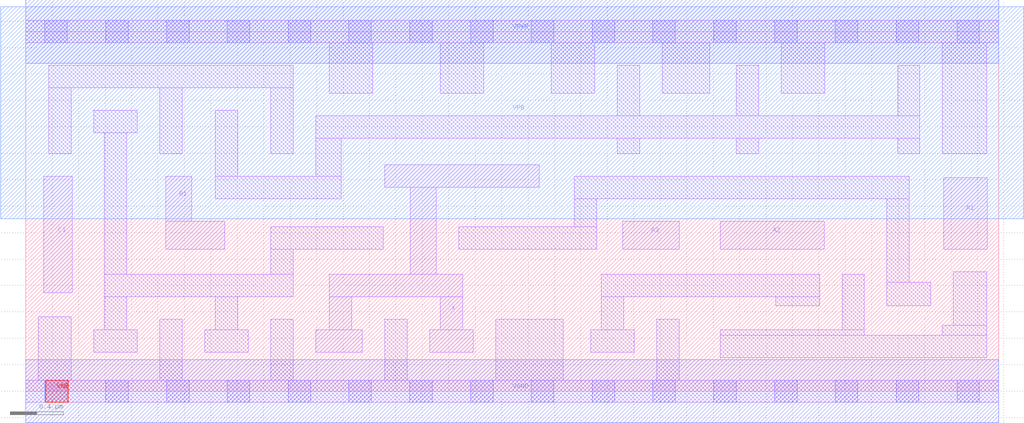
<source format=lef>
# Copyright 2020 The SkyWater PDK Authors
#
# Licensed under the Apache License, Version 2.0 (the "License");
# you may not use this file except in compliance with the License.
# You may obtain a copy of the License at
#
#     https://www.apache.org/licenses/LICENSE-2.0
#
# Unless required by applicable law or agreed to in writing, software
# distributed under the License is distributed on an "AS IS" BASIS,
# WITHOUT WARRANTIES OR CONDITIONS OF ANY KIND, either express or implied.
# See the License for the specific language governing permissions and
# limitations under the License.
#
# SPDX-License-Identifier: Apache-2.0

VERSION 5.7 ;
  NOWIREEXTENSIONATPIN ON ;
  DIVIDERCHAR "/" ;
  BUSBITCHARS "[]" ;
MACRO sky130_fd_sc_hd__a311o_4
  CLASS CORE ;
  FOREIGN sky130_fd_sc_hd__a311o_4 ;
  ORIGIN  0.000000  0.000000 ;
  SIZE  7.360000 BY  2.720000 ;
  SYMMETRY X Y R90 ;
  SITE unithd ;
  PIN A1
    ANTENNAGATEAREA  0.495000 ;
    DIRECTION INPUT ;
    USE SIGNAL ;
    PORT
      LAYER li1 ;
        RECT 6.945000 1.075000 7.275000 1.615000 ;
    END
  END A1
  PIN A2
    ANTENNAGATEAREA  0.495000 ;
    DIRECTION INPUT ;
    USE SIGNAL ;
    PORT
      LAYER li1 ;
        RECT 5.255000 1.075000 6.040000 1.285000 ;
    END
  END A2
  PIN A3
    ANTENNAGATEAREA  0.495000 ;
    DIRECTION INPUT ;
    USE SIGNAL ;
    PORT
      LAYER li1 ;
        RECT 4.515000 1.075000 4.945000 1.285000 ;
    END
  END A3
  PIN B1
    ANTENNAGATEAREA  0.495000 ;
    DIRECTION INPUT ;
    USE SIGNAL ;
    PORT
      LAYER li1 ;
        RECT 1.060000 1.075000 1.505000 1.285000 ;
        RECT 1.060000 1.285000 1.255000 1.625000 ;
    END
  END B1
  PIN C1
    ANTENNAGATEAREA  0.495000 ;
    DIRECTION INPUT ;
    USE SIGNAL ;
    PORT
      LAYER li1 ;
        RECT 0.135000 0.745000 0.350000 1.625000 ;
    END
  END C1
  PIN VNB
    PORT
      LAYER pwell ;
        RECT 0.150000 -0.085000 0.320000 0.085000 ;
    END
  END VNB
  PIN VPB
    PORT
      LAYER nwell ;
        RECT -0.190000 1.305000 7.550000 2.910000 ;
    END
  END VPB
  PIN X
    ANTENNADIFFAREA  0.904000 ;
    DIRECTION OUTPUT ;
    USE SIGNAL ;
    PORT
      LAYER li1 ;
        RECT 2.195000 0.295000 2.545000 0.465000 ;
        RECT 2.295000 0.465000 2.465000 0.715000 ;
        RECT 2.295000 0.715000 3.305000 0.885000 ;
        RECT 2.715000 1.545000 3.885000 1.715000 ;
        RECT 2.910000 0.885000 3.105000 1.545000 ;
        RECT 3.055000 0.295000 3.385000 0.465000 ;
        RECT 3.135000 0.465000 3.305000 0.715000 ;
    END
  END X
  PIN VGND
    DIRECTION INOUT ;
    SHAPE ABUTMENT ;
    USE GROUND ;
    PORT
      LAYER met1 ;
        RECT 0.000000 -0.240000 7.360000 0.240000 ;
    END
  END VGND
  PIN VPWR
    DIRECTION INOUT ;
    SHAPE ABUTMENT ;
    USE POWER ;
    PORT
      LAYER met1 ;
        RECT 0.000000 2.480000 7.360000 2.960000 ;
    END
  END VPWR
  OBS
    LAYER li1 ;
      RECT 0.000000 -0.085000 7.360000 0.085000 ;
      RECT 0.000000  2.635000 7.360000 2.805000 ;
      RECT 0.095000  0.085000 0.345000 0.565000 ;
      RECT 0.175000  1.795000 0.345000 2.295000 ;
      RECT 0.175000  2.295000 2.025000 2.465000 ;
      RECT 0.515000  0.295000 0.845000 0.465000 ;
      RECT 0.515000  1.955000 0.845000 2.125000 ;
      RECT 0.595000  0.465000 0.765000 0.715000 ;
      RECT 0.595000  0.715000 2.025000 0.885000 ;
      RECT 0.595000  0.885000 0.765000 1.955000 ;
      RECT 1.015000  0.085000 1.185000 0.545000 ;
      RECT 1.015000  1.795000 1.185000 2.295000 ;
      RECT 1.355000  0.295000 1.685000 0.465000 ;
      RECT 1.435000  0.465000 1.605000 0.715000 ;
      RECT 1.435000  1.455000 2.385000 1.625000 ;
      RECT 1.435000  1.625000 1.605000 2.125000 ;
      RECT 1.855000  0.085000 2.025000 0.545000 ;
      RECT 1.855000  0.885000 2.025000 1.075000 ;
      RECT 1.855000  1.075000 2.705000 1.245000 ;
      RECT 1.855000  1.795000 2.025000 2.295000 ;
      RECT 2.195000  1.625000 2.385000 1.915000 ;
      RECT 2.195000  1.915000 6.765000 2.085000 ;
      RECT 2.295000  2.255000 2.625000 2.635000 ;
      RECT 2.715000  0.085000 2.885000 0.545000 ;
      RECT 3.135000  2.255000 3.465000 2.635000 ;
      RECT 3.275000  1.075000 4.320000 1.245000 ;
      RECT 3.555000  0.085000 4.065000 0.545000 ;
      RECT 3.975000  2.255000 4.305000 2.635000 ;
      RECT 4.150000  1.245000 4.320000 1.455000 ;
      RECT 4.150000  1.455000 6.685000 1.625000 ;
      RECT 4.275000  0.295000 4.605000 0.465000 ;
      RECT 4.355000  0.465000 4.525000 0.715000 ;
      RECT 4.355000  0.715000 6.005000 0.885000 ;
      RECT 4.475000  1.795000 4.645000 1.915000 ;
      RECT 4.475000  2.085000 4.645000 2.465000 ;
      RECT 4.775000  0.085000 4.945000 0.545000 ;
      RECT 4.815000  2.255000 5.175000 2.635000 ;
      RECT 5.255000  0.255000 7.270000 0.425000 ;
      RECT 5.255000  0.425000 6.345000 0.465000 ;
      RECT 5.375000  1.795000 5.545000 1.915000 ;
      RECT 5.375000  2.085000 5.545000 2.465000 ;
      RECT 5.675000  0.645000 6.005000 0.715000 ;
      RECT 5.715000  2.255000 6.045000 2.635000 ;
      RECT 6.175000  0.465000 6.345000 0.885000 ;
      RECT 6.515000  0.645000 6.845000 0.825000 ;
      RECT 6.515000  0.825000 6.685000 1.455000 ;
      RECT 6.595000  1.795000 6.765000 1.915000 ;
      RECT 6.595000  2.085000 6.765000 2.465000 ;
      RECT 6.935000  0.425000 7.270000 0.500000 ;
      RECT 6.935000  1.795000 7.270000 2.635000 ;
      RECT 7.015000  0.500000 7.270000 0.905000 ;
    LAYER mcon ;
      RECT 0.145000 -0.085000 0.315000 0.085000 ;
      RECT 0.145000  2.635000 0.315000 2.805000 ;
      RECT 0.605000 -0.085000 0.775000 0.085000 ;
      RECT 0.605000  2.635000 0.775000 2.805000 ;
      RECT 1.065000 -0.085000 1.235000 0.085000 ;
      RECT 1.065000  2.635000 1.235000 2.805000 ;
      RECT 1.525000 -0.085000 1.695000 0.085000 ;
      RECT 1.525000  2.635000 1.695000 2.805000 ;
      RECT 1.985000 -0.085000 2.155000 0.085000 ;
      RECT 1.985000  2.635000 2.155000 2.805000 ;
      RECT 2.445000 -0.085000 2.615000 0.085000 ;
      RECT 2.445000  2.635000 2.615000 2.805000 ;
      RECT 2.905000 -0.085000 3.075000 0.085000 ;
      RECT 2.905000  2.635000 3.075000 2.805000 ;
      RECT 3.365000 -0.085000 3.535000 0.085000 ;
      RECT 3.365000  2.635000 3.535000 2.805000 ;
      RECT 3.825000 -0.085000 3.995000 0.085000 ;
      RECT 3.825000  2.635000 3.995000 2.805000 ;
      RECT 4.285000 -0.085000 4.455000 0.085000 ;
      RECT 4.285000  2.635000 4.455000 2.805000 ;
      RECT 4.745000 -0.085000 4.915000 0.085000 ;
      RECT 4.745000  2.635000 4.915000 2.805000 ;
      RECT 5.205000 -0.085000 5.375000 0.085000 ;
      RECT 5.205000  2.635000 5.375000 2.805000 ;
      RECT 5.665000 -0.085000 5.835000 0.085000 ;
      RECT 5.665000  2.635000 5.835000 2.805000 ;
      RECT 6.125000 -0.085000 6.295000 0.085000 ;
      RECT 6.125000  2.635000 6.295000 2.805000 ;
      RECT 6.585000 -0.085000 6.755000 0.085000 ;
      RECT 6.585000  2.635000 6.755000 2.805000 ;
      RECT 7.045000 -0.085000 7.215000 0.085000 ;
      RECT 7.045000  2.635000 7.215000 2.805000 ;
  END
END sky130_fd_sc_hd__a311o_4
END LIBRARY

</source>
